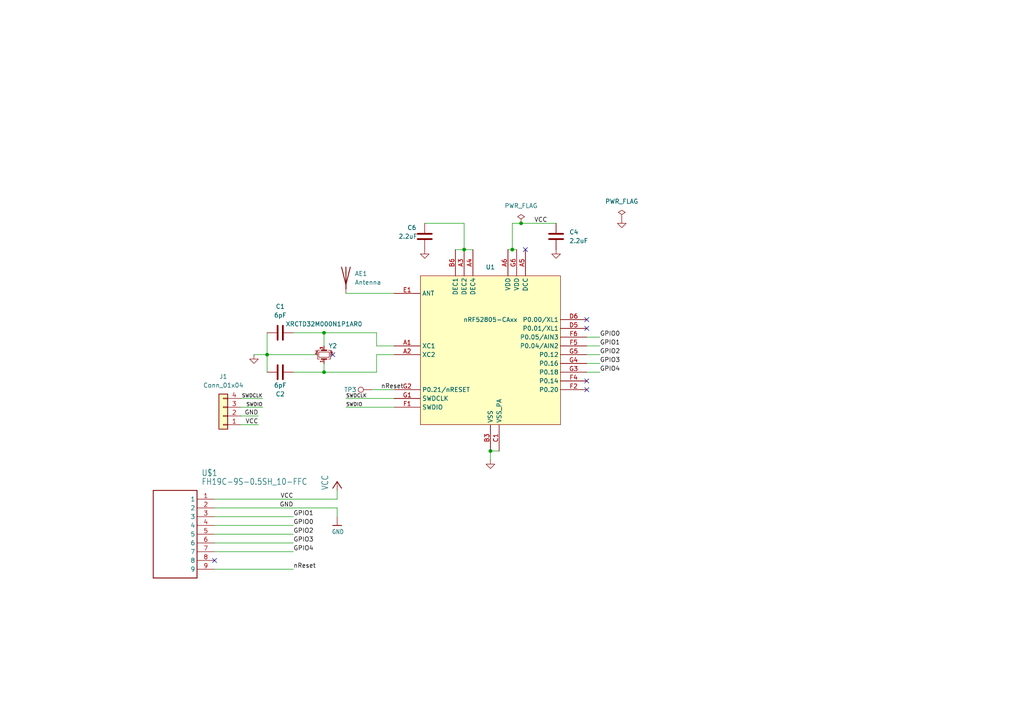
<source format=kicad_sch>
(kicad_sch (version 20250114) (generator "eeschema") (generator_version "9.0")
  (paper "A4")
  (title_block (title "NRF BLE Sensor Board") (rev "1.0") (company "Author: Navaneeth Bhardwaj"))
  (lib_symbols
    (symbol "Connector:TestPoint" (pin_numbers (hide yes)) (pin_names (offset 0.762) (hide yes))
      (property "Reference" "TP" (at 0 6.858 0))
      (property "Value" "TestPoint" (at 0 5.08 0))
      (symbol "TestPoint_0_1"
        (circle (center 0 3.302) (radius 0.762))
      )
      (symbol "TestPoint_1_1"
        (pin passive line (at 0 0 90) (length 2.54) (name "1") (number "1"))
      )
    )
    (symbol "Connector_Generic:Conn_01x04" (pin_names (offset 1.016) (hide yes))
      (property "Reference" "J" (at 0 5.08 0))
      (property "Value" "Conn_01x04" (at 0 -7.62 0))
      (symbol "Conn_01x04_1_1"
        (rectangle (start -1.27 3.81) (end 1.27 -6.35) (stroke (width 0.254)) (fill (type background)))
        (rectangle (start -1.27 2.667) (end 0 2.413) (stroke (width 0.1524)))
        (rectangle (start -1.27 0.127) (end 0 -0.127) (stroke (width 0.1524)))
        (rectangle (start -1.27 -2.413) (end 0 -2.667) (stroke (width 0.1524)))
        (rectangle (start -1.27 -4.953) (end 0 -5.207) (stroke (width 0.1524)))
        (pin passive line (at -5.08 2.54 0) (length 3.81) (name "Pin_1") (number "1"))
        (pin passive line (at -5.08 0 0) (length 3.81) (name "Pin_2") (number "2"))
        (pin passive line (at -5.08 -2.54 0) (length 3.81) (name "Pin_3") (number "3"))
        (pin passive line (at -5.08 -5.08 0) (length 3.81) (name "Pin_4") (number "4"))
      )
    )
    (symbol "Device:Antenna" (pin_numbers (hide yes)) (pin_names (offset 1.016) (hide yes))
      (property "Reference" "AE" (at -1.905 1.905 0))
      (property "Value" "Antenna" (at -1.905 0 0))
      (symbol "Antenna_0_1"
        (polyline (pts (xy 0 2.54) (xy 0 -3.81)) (stroke (width 0.254)))
        (polyline (pts (xy 1.27 2.54) (xy 0 -2.54) (xy -1.27 2.54)) (stroke (width 0.254)))
      )
      (symbol "Antenna_1_1"
        (pin input line (at 0 -5.08 90) (length 2.54) (name "A") (number "1"))
      )
    )
    (symbol "Device:C" (pin_numbers (hide yes)) (pin_names (offset 0.254))
      (property "Reference" "C" (at 0.635 2.54 0))
      (property "Value" "C" (at 0.635 -2.54 0))
      (symbol "C_0_1"
        (polyline (pts (xy -2.032 0.762) (xy 2.032 0.762)) (stroke (width 0.508)))
        (polyline (pts (xy -2.032 -0.762) (xy 2.032 -0.762)) (stroke (width 0.508)))
      )
      (symbol "C_1_1"
        (pin passive line (at 0 3.81 270) (length 2.794) (name "~") (number "1"))
        (pin passive line (at 0 -3.81 90) (length 2.794) (name "~") (number "2"))
      )
    )
    (symbol "Device:Crystal_GND24_Small" (pin_names (offset 1.016) (hide yes))
      (property "Reference" "Y" (at 1.27 4.445 0))
      (property "Value" "Crystal_GND24_Small" (at 1.27 2.54 0))
      (symbol "Crystal_GND24_Small_0_1"
        (polyline (pts (xy -1.27 1.27) (xy -1.27 1.905) (xy 1.27 1.905) (xy 1.27 1.27)))
        (polyline (pts (xy -1.27 -0.762) (xy -1.27 0.762)) (stroke (width 0.381)))
        (polyline (pts (xy -1.27 -1.27) (xy -1.27 -1.905) (xy 1.27 -1.905) (xy 1.27 -1.27)))
        (rectangle (start -0.762 -1.524) (end 0.762 1.524))
        (polyline (pts (xy 1.27 -0.762) (xy 1.27 0.762)) (stroke (width 0.381)))
      )
      (symbol "Crystal_GND24_Small_1_1"
        (pin passive line (at -2.54 0 0) (length 1.27) (name "1") (number "1"))
        (pin passive line (at 0 2.54 270) (length 0.635) (name "4") (number "4"))
        (pin passive line (at 0 -2.54 90) (length 0.635) (name "2") (number "2"))
        (pin passive line (at 2.54 0 180) (length 1.27) (name "3") (number "3"))
      )
    )
    (symbol "MCU_Nordic:nRF52805-CAxx"
      (property "Reference" "U" (at 0 22.86 0))
      (property "Value" "nRF52805-CAxx" (at 0 7.62 0))
      (symbol "nRF52805-CAxx_0_1"
        (pin input line (at -27.94 0 0) (length 7.62) (name "XC1") (number "A1"))
        (pin input line (at -27.94 -2.54 0) (length 7.62) (name "XC2") (number "A2"))
        (pin bidirectional line (at -27.94 -12.7 0) (length 7.62) (name "P0.21/nRESET") (number "G2"))
        (pin bidirectional line (at -27.94 -15.24 0) (length 7.62) (name "SWDCLK") (number "G1"))
        (pin bidirectional line (at -27.94 -17.78 0) (length 7.62) (name "SWDIO") (number "F1"))
        (pin power_in line (at 0 -30.48 90) (length 7.62) (name "VSS") (number "B3"))
        (pin power_in line (at 5.08 27.94 270) (length 7.62) (name "VDD") (number "A6"))
        (pin bidirectional line (at 27.94 7.62 180) (length 7.62) (name "P0.00/XL1") (number "D6"))
        (pin bidirectional line (at 27.94 5.08 180) (length 7.62) (name "P0.01/XL1") (number "D5"))
        (pin bidirectional line (at 27.94 2.54 180) (length 7.62) (name "P0.05/AIN3") (number "F6"))
        (pin bidirectional line (at 27.94 0 180) (length 7.62) (name "P0.04/AIN2") (number "F5"))
        (pin bidirectional line (at 27.94 -2.54 180) (length 7.62) (name "P0.12") (number "G5"))
        (pin bidirectional line (at 27.94 -5.08 180) (length 7.62) (name "P0.16") (number "G4"))
        (pin bidirectional line (at 27.94 -7.62 180) (length 7.62) (name "P0.18") (number "G3"))
        (pin bidirectional line (at 27.94 -10.16 180) (length 7.62) (name "P0.14") (number "F4"))
        (pin bidirectional line (at 27.94 -12.7 180) (length 7.62) (name "P0.20") (number "F2"))
      )
      (symbol "nRF52805-CAxx_1_1"
        (rectangle (start -20.32 20.32) (end 20.32 -22.86) (fill (type background)))
        (pin passive line (at -27.94 15.24 0) (length 7.62) (name "ANT") (number "E1"))
        (pin passive line (at -10.16 27.94 270) (length 7.62) (name "DEC1") (number "B6"))
        (pin passive line (at -7.62 27.94 270) (length 7.62) (name "DEC2") (number "A3"))
        (pin passive line (at -5.08 27.94 270) (length 7.62) (name "DEC4") (number "A4"))
        (pin passive line (at 0 -30.48 90) (length 7.62) (hide yes) (name "VSS") (number "B4"))
        (pin passive line (at 0 -30.48 90) (length 7.62) (hide yes) (name "VSS") (number "D3"))
        (pin passive line (at 0 -30.48 90) (length 7.62) (hide yes) (name "VSS") (number "D4"))
        (pin passive line (at 0 -30.48 90) (length 7.62) (hide yes) (name "VSS") (number "E3"))
        (pin passive line (at 0 -30.48 90) (length 7.62) (hide yes) (name "VSS") (number "E4"))
        (pin power_in line (at 2.54 -30.48 90) (length 7.62) (name "VSS_PA") (number "C1"))
        (pin power_in line (at 7.62 27.94 270) (length 7.62) (name "VDD") (number "G6"))
        (pin power_out line (at 10.16 27.94 270) (length 7.62) (name "DCC") (number "A5"))
      )
    )
    (symbol "OSO-MISC-21-021 Sensor Watch Motion II-eagle-import:FH19C-9S-0.5SH_10-FFC"
      (property "Value" "FH19C-9S-0.5SH_10-FFC" (at 8.89 15.24 0))
      (symbol "FH19C-9S-0.5SH_10-FFC_1_0"
        (polyline (pts (xy -5.08 12.7) (xy -5.08 -12.7)) (stroke (width 0.254)))
        (polyline (pts (xy -5.08 12.7) (xy 7.62 12.7)) (stroke (width 0.254)))
        (polyline (pts (xy 7.62 -12.7) (xy -5.08 -12.7)) (stroke (width 0.254)))
        (polyline (pts (xy 7.62 -12.7) (xy 7.62 12.7)) (stroke (width 0.254)))
        (pin bidirectional line (at 12.7 10.16 180) (length 5.08) (name "1") (number "1"))
        (pin bidirectional line (at 12.7 7.62 180) (length 5.08) (name "2") (number "2"))
        (pin bidirectional line (at 12.7 5.08 180) (length 5.08) (name "3") (number "3"))
        (pin bidirectional line (at 12.7 2.54 180) (length 5.08) (name "4") (number "4"))
        (pin bidirectional line (at 12.7 0 180) (length 5.08) (name "5") (number "5"))
        (pin bidirectional line (at 12.7 -2.54 180) (length 5.08) (name "6") (number "6"))
        (pin bidirectional line (at 12.7 -5.08 180) (length 5.08) (name "7") (number "7"))
        (pin bidirectional line (at 12.7 -7.62 180) (length 5.08) (name "8") (number "8"))
        (pin bidirectional line (at 12.7 -10.16 180) (length 5.08) (name "9") (number "9"))
      )
    )
    (symbol "OSO-MISC-21-021 Sensor Watch Motion II-eagle-import:GND" (power)
      (property "Value" "GND" (at -1.524 -2.54 0))
      (symbol "GND_1_0"
        (polyline (pts (xy -1.27 0) (xy 1.27 0)) (stroke (width 0.254)))
        (pin power_in line (at 0 2.54 270) (length 2.54) (name "GND") (number "1"))
      )
    )
    (symbol "OSO-MISC-21-021 Sensor Watch Motion II-eagle-import:VCC" (power)
      (property "Value" "VCC" (at -2.54 -2.54 90))
      (symbol "VCC_1_0"
        (polyline (pts (xy 0 0) (xy -1.27 -1.905)) (stroke (width 0.254)))
        (polyline (pts (xy 1.27 -1.905) (xy 0 0)) (stroke (width 0.254)))
        (pin power_in line (at 0 -2.54 90) (length 2.54) (name "VCC") (number "1"))
      )
    )
    (symbol "power:GND" (power) (pin_names (offset 0))
      (property "Value" "GND" (at 0 -3.81 0))
      (symbol "GND_0_1"
        (polyline (pts (xy 0 0) (xy 0 -1.27) (xy 1.27 -1.27) (xy 0 -2.54) (xy -1.27 -1.27) (xy 0 -1.27)))
      )
      (symbol "GND_1_1"
        (pin power_in line (at 0 0 270) (length 0) (hide yes) (name "GND") (number "1"))
      )
    )
    (symbol "power:PWR_FLAG" (power) (pin_numbers (hide yes)) (pin_names (offset 0) (hide yes))
      (property "Value" "PWR_FLAG" (at 0 3.81 0))
      (symbol "PWR_FLAG_0_0"
        (pin power_out line (at 0 0 90) (length 0) (name "pwr") (number "1"))
      )
      (symbol "PWR_FLAG_0_1"
        (polyline (pts (xy 0 0) (xy 0 1.27) (xy -1.016 1.905) (xy 0 2.54) (xy 1.016 1.905) (xy 0 1.27)))
      )
    )
  )
  (junction (at 142.24 130.81))
  (junction (at 148.59 72.39))
  (junction (at 151.13 64.77))
  (junction (at 93.98 107.95))
  (junction (at 93.98 96.52))
  (junction (at 77.47 102.87))
  (junction (at 134.62 72.39))
  (no_connect (at 62.23 162.56))
  (no_connect (at 96.52 102.87))
  (no_connect (at 170.18 95.25))
  (no_connect (at 170.18 110.49))
  (no_connect (at 170.18 113.03))
  (no_connect (at 170.18 92.71))
  (no_connect (at 152.4 72.39))
  (wire (pts (xy 73.66 102.87) (xy 77.47 102.87)))
  (wire (pts (xy 170.18 97.79) (xy 173.99 97.79)))
  (wire (pts (xy 114.3 100.33) (xy 109.22 100.33)))
  (wire (pts (xy 100.33 118.11) (xy 114.3 118.11)))
  (wire (pts (xy 114.3 102.87) (xy 109.22 102.87)))
  (wire (pts (xy 97.79 142.24) (xy 97.79 144.78)))
  (wire (pts (xy 85.09 152.4) (xy 62.23 152.4)))
  (wire (pts (xy 107.95 113.03) (xy 114.3 113.03)))
  (wire (pts (xy 170.18 102.87) (xy 173.99 102.87)))
  (wire (pts (xy 123.19 64.77) (xy 134.62 64.77)))
  (wire (pts (xy 93.98 96.52) (xy 93.98 100.33)))
  (wire (pts (xy 142.24 130.81) (xy 144.78 130.81)))
  (wire (pts (xy 85.09 160.02) (xy 62.23 160.02)))
  (wire (pts (xy 69.85 120.65) (xy 74.93 120.65)))
  (wire (pts (xy 85.09 165.1) (xy 62.23 165.1)))
  (wire (pts (xy 170.18 107.95) (xy 173.99 107.95)))
  (wire (pts (xy 97.79 147.32) (xy 62.23 147.32)))
  (wire (pts (xy 85.09 157.48) (xy 62.23 157.48)))
  (wire (pts (xy 148.59 64.77) (xy 148.59 72.39)))
  (wire (pts (xy 93.98 105.41) (xy 93.98 107.95)))
  (wire (pts (xy 170.18 105.41) (xy 173.99 105.41)))
  (wire (pts (xy 109.22 96.52) (xy 93.98 96.52)))
  (wire (pts (xy 69.85 118.11) (xy 76.2 118.11)))
  (wire (pts (xy 134.62 72.39) (xy 137.16 72.39)))
  (wire (pts (xy 151.13 64.77) (xy 148.59 64.77)))
  (wire (pts (xy 97.79 147.32) (xy 97.79 149.86)))
  (wire (pts (xy 100.33 115.57) (xy 114.3 115.57)))
  (wire (pts (xy 97.79 144.78) (xy 62.23 144.78)))
  (wire (pts (xy 77.47 102.87) (xy 77.47 107.95)))
  (wire (pts (xy 69.85 115.57) (xy 76.2 115.57)))
  (wire (pts (xy 85.09 107.95) (xy 93.98 107.95)))
  (wire (pts (xy 100.33 85.09) (xy 114.3 85.09)))
  (wire (pts (xy 62.23 149.86) (xy 85.09 149.86)))
  (wire (pts (xy 134.62 64.77) (xy 134.62 72.39)))
  (wire (pts (xy 142.24 133.35) (xy 142.24 130.81)))
  (wire (pts (xy 109.22 107.95) (xy 93.98 107.95)))
  (wire (pts (xy 85.09 96.52) (xy 93.98 96.52)))
  (wire (pts (xy 109.22 100.33) (xy 109.22 96.52)))
  (wire (pts (xy 132.08 72.39) (xy 134.62 72.39)))
  (wire (pts (xy 77.47 102.87) (xy 91.44 102.87)))
  (wire (pts (xy 77.47 96.52) (xy 77.47 102.87)))
  (wire (pts (xy 69.85 123.19) (xy 74.93 123.19)))
  (wire (pts (xy 148.59 72.39) (xy 149.86 72.39)))
  (wire (pts (xy 161.29 64.77) (xy 151.13 64.77)))
  (wire (pts (xy 109.22 102.87) (xy 109.22 107.95)))
  (wire (pts (xy 85.09 154.94) (xy 62.23 154.94)))
  (wire (pts (xy 170.18 100.33) (xy 173.99 100.33)))
  (wire (pts (xy 147.32 72.39) (xy 148.59 72.39)))
  (label "GPIO4" (at 173.99 107.95 0))
  (label "nReset" (at 110.49 113.03 0))
  (label "VCC" (at 74.93 123.19 180) (effects (font (size 1.2446 1.2446))))
  (label "GPIO1" (at 85.09 149.86 0))
  (label "GPIO2" (at 173.99 102.87 0))
  (label "GPIO3" (at 173.99 105.41 0))
  (label "GPIO2" (at 85.09 154.94 0))
  (label "VCC" (at 154.94 64.77 0))
  (label "SWDIO" (at 100.33 118.11 0) (effects (font (size 1 1))))
  (label "SWDCLK" (at 100.33 115.57 0) (effects (font (size 1 1))))
  (label "GPIO0" (at 173.99 97.79 0))
  (label "SWDIO" (at 76.2 118.11 180) (effects (font (size 1 1))))
  (label "GND" (at 74.93 120.65 180) (effects (font (size 1.2446 1.2446))))
  (label "nReset" (at 85.09 165.1 0))
  (label "GPIO4" (at 85.09 160.02 0))
  (label "VCC" (at 85.09 144.78 180) (effects (font (size 1.2446 1.2446))))
  (label "GPIO3" (at 85.09 157.48 0))
  (label "GND" (at 85.09 147.32 180) (effects (font (size 1.2446 1.2446))))
  (label "SWDCLK" (at 76.2 115.57 180) (effects (font (size 1 1))))
  (label "GPIO0" (at 85.09 152.4 0))
  (label "GPIO1" (at 173.99 100.33 0))
  (symbol (lib_id "power:GND") (at 180.34 63.5 0) (unit 1)
    (property "Reference" "#PWR03" (effects (hide yes)))
    (property "Value" "GND" (effects (hide yes)))
  )
  (symbol (lib_id "Connector:TestPoint") (at 107.95 113.03 90) (unit 1)
    (property "Reference" "TP3" (at 101.6 113.03 90))
    (property "Value" "TestPoint" (effects (hide yes)))
    (property "Footprint" "TestPoint:TestPoint_Pad_D1.0mm" (effects (hide yes)))
  )
  (symbol (lib_id "power:GND") (at 73.66 102.87 0) (unit 1)
    (property "Reference" "#PWR01" (effects (hide yes)))
    (property "Value" "GND" (effects (hide yes)))
  )
  (symbol (lib_id "Device:C") (at 161.29 68.58 0) (unit 1)
    (property "Reference" "C4" (at 165.1 67.31 0) (effects (justify left)))
    (property "Value" "2.2uF" (at 165.1 69.85 0) (effects (justify left)))
    (property "Footprint" "Capacitor_SMD:C_0402_1005Metric_Pad0.74x0.62mm_HandSolder" (effects (hide yes)))
  )
  (symbol (lib_id "Device:C") (at 81.28 107.95 90) (unit 1)
    (property "Reference" "C2" (at 81.28 114.3 90))
    (property "Value" "6pF" (at 81.28 111.76 90))
    (property "Footprint" "Capacitor_SMD:C_0402_1005Metric_Pad0.74x0.62mm_HandSolder" (effects (hide yes)))
  )
  (symbol (lib_id "OSO-MISC-21-021 Sensor Watch Motion II-eagle-import:FH19C-9S-0.5SH_10-FFC") (at 49.53 154.94 0) (unit 1)
    (property "Reference" "U$1" (at 58.42 137.16 0) (effects (font (size 1.778 1.5113)) (justify left)))
    (property "Value" "FH19C-9S-0.5SH_10-FFC" (at 58.42 139.7 0) (effects (font (size 1.778 1.5113)) (justify left)))
    (property "Footprint" "OSO-SWAB-B1-00 Sensor Watch Accelerometer:FH19C9S05SH10-FFC" (effects (hide yes)))
  )
  (symbol (lib_id "power:GND") (at 123.19 72.39 0) (unit 1)
    (property "Reference" "#PWR02" (effects (hide yes)))
    (property "Value" "GND" (effects (hide yes)))
  )
  (symbol (lib_id "MCU_Nordic:nRF52805-CAxx") (at 142.24 100.33 0) (unit 1)
    (property "Reference" "U1" (at 142.24 77.47 0))
    (property "Value" "nRF52805-CAxx" (at 142.24 92.71 0))
    (property "Footprint" "Package_CSP:NRF_WLCSP-28_2.48x2.64mm_P0.4mm" (effects (hide yes)))
    (property "Datasheet" "https://infocenter.nordicsemi.com/pdf/nRF52805_PS_v1.3.pdf" (effects (hide yes)))
  )
  (symbol (lib_id "power:PWR_FLAG") (at 151.13 64.77 0) (unit 1)
    (property "Reference" "#FLG01" (effects (hide yes)))
    (property "Value" "PWR_FLAG" (at 151.13 59.69 0))
  )
  (symbol (lib_id "Device:C") (at 123.19 68.58 0) (unit 1)
    (property "Reference" "C6" (at 118.11 66.04 0) (effects (justify left)))
    (property "Value" "2.2uF" (at 115.57 68.58 0) (effects (justify left)))
    (property "Footprint" "Capacitor_SMD:C_0402_1005Metric_Pad0.74x0.62mm_HandSolder" (effects (hide yes)))
  )
  (symbol (lib_id "power:PWR_FLAG") (at 180.34 63.5 0) (unit 1)
    (property "Reference" "#FLG02" (effects (hide yes)))
    (property "Value" "PWR_FLAG" (at 180.34 58.42 0))
  )
  (symbol (lib_id "Device:Crystal_GND24_Small") (at 93.98 102.87 270) (mirror x) (unit 1)
    (property "Reference" "Y2" (at 96.52 100.33 90))
    (property "Value" "XRCTD32M000N1P1AR0" (at 93.98 93.98 90))
    (property "Footprint" "Crystal:Crystal_SMD_Murata_XRCTD32M000N1P1AR0-4pin_1.2x1.0mm" (effects (hide yes)))
  )
  (symbol (lib_id "Device:Antenna") (at 100.33 80.01 0) (unit 1)
    (property "Reference" "AE1" (at 102.87 79.3749 0) (effects (justify left)))
    (property "Value" "Antenna" (at 102.87 81.9149 0) (effects (justify left)))
    (property "Footprint" "Capacitor_SMD:C_0402_1005Metric_Pad0.74x0.62mm_HandSolder" (effects (hide yes)))
  )
  (symbol (lib_id "OSO-MISC-21-021 Sensor Watch Motion II-eagle-import:GND") (at 97.79 152.4 0) (unit 1)
    (property "Reference" "#U$01" (effects (hide yes)))
    (property "Value" "GND" (at 96.266 154.94 0) (effects (font (size 1.27 1.0795)) (justify left bottom)))
    (property "Footprint" "OSO-MISC-21-021 Sensor Watch Motion II:" (effects (hide yes)))
  )
  (symbol (lib_id "Connector_Generic:Conn_01x04") (at 64.77 120.65 180) (unit 1)
    (property "Reference" "J1" (at 64.77 109.22 0))
    (property "Value" "Conn_01x04" (at 64.77 111.76 0))
    (property "Footprint" "TestPoint:TestPoint_4Pads_Pitch1.27mm" (effects (hide yes)))
  )
  (symbol (lib_id "OSO-MISC-21-021 Sensor Watch Motion II-eagle-import:VCC") (at 97.79 139.7 0) (unit 1)
    (property "Reference" "#P+01" (effects (hide yes)))
    (property "Value" "VCC" (at 95.25 142.24 90) (effects (font (size 1.778 1.5113)) (justify left bottom)))
    (property "Footprint" "OSO-MISC-21-021 Sensor Watch Motion II:" (effects (hide yes)))
  )
  (symbol (lib_id "Device:C") (at 81.28 96.52 90) (unit 1)
    (property "Reference" "C1" (at 81.28 88.9 90))
    (property "Value" "6pF" (at 81.28 91.44 90))
    (property "Footprint" "Capacitor_SMD:C_0402_1005Metric_Pad0.74x0.62mm_HandSolder" (effects (hide yes)))
  )
  (symbol (lib_id "power:GND") (at 142.24 133.35 0) (unit 1)
    (property "Reference" "#PWR06" (effects (hide yes)))
    (property "Value" "GND" (effects (hide yes)))
  )
  (symbol (lib_id "power:GND") (at 161.29 72.39 0) (unit 1)
    (property "Reference" "#PWR05" (effects (hide yes)))
    (property "Value" "GND" (effects (hide yes)))
  )
)
</source>
